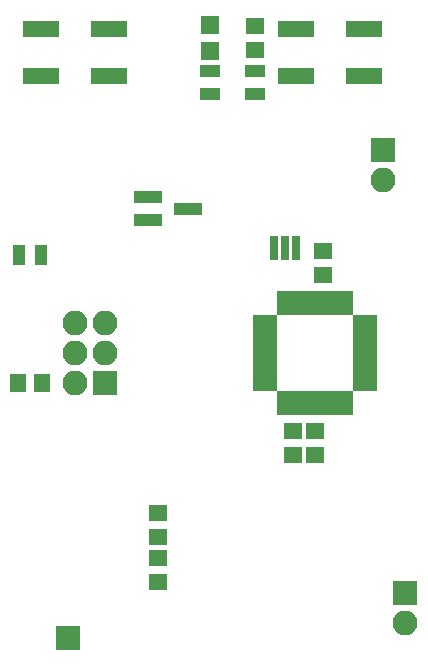
<source format=gbr>
G04 #@! TF.FileFunction,Soldermask,Top*
%FSLAX46Y46*%
G04 Gerber Fmt 4.6, Leading zero omitted, Abs format (unit mm)*
G04 Created by KiCad (PCBNEW 4.0.7-e2-6376~58~ubuntu14.04.1) date Sat Jan 13 14:54:45 2018*
%MOMM*%
%LPD*%
G01*
G04 APERTURE LIST*
%ADD10C,0.100000*%
%ADD11R,1.400000X1.650000*%
%ADD12R,1.650000X1.400000*%
%ADD13R,1.600000X1.600000*%
%ADD14R,2.100000X2.100000*%
%ADD15O,2.100000X2.100000*%
%ADD16R,1.700000X1.100000*%
%ADD17R,1.100000X1.700000*%
%ADD18R,0.950000X2.000000*%
%ADD19R,2.000000X0.950000*%
%ADD20R,2.400000X1.050000*%
%ADD21R,3.150000X1.400000*%
%ADD22R,0.700000X2.000000*%
G04 APERTURE END LIST*
D10*
D11*
X111490000Y-102870000D03*
X109490000Y-102870000D03*
D12*
X132715000Y-106950000D03*
X132715000Y-108950000D03*
X135255000Y-93710000D03*
X135255000Y-91710000D03*
X121285000Y-117745000D03*
X121285000Y-119745000D03*
X134620000Y-106950000D03*
X134620000Y-108950000D03*
X121285000Y-115935000D03*
X121285000Y-113935000D03*
X129540000Y-74660000D03*
X129540000Y-72660000D03*
D13*
X125730000Y-74760000D03*
X125730000Y-72560000D03*
D14*
X140335000Y-83185000D03*
D15*
X140335000Y-85725000D03*
D14*
X113665000Y-124460000D03*
X142240000Y-120650000D03*
D15*
X142240000Y-123190000D03*
D14*
X116840000Y-102870000D03*
D15*
X114300000Y-102870000D03*
X116840000Y-100330000D03*
X114300000Y-100330000D03*
X116840000Y-97790000D03*
X114300000Y-97790000D03*
D16*
X125730000Y-76520000D03*
X125730000Y-78420000D03*
X129540000Y-78420000D03*
X129540000Y-76520000D03*
D17*
X109540000Y-92075000D03*
X111440000Y-92075000D03*
D18*
X137420000Y-96080000D03*
X136620000Y-96080000D03*
X135820000Y-96080000D03*
X135020000Y-96080000D03*
X134220000Y-96080000D03*
X133420000Y-96080000D03*
X132620000Y-96080000D03*
X131820000Y-96080000D03*
D19*
X130370000Y-97530000D03*
X130370000Y-98330000D03*
X130370000Y-99130000D03*
X130370000Y-99930000D03*
X130370000Y-100730000D03*
X130370000Y-101530000D03*
X130370000Y-102330000D03*
X130370000Y-103130000D03*
D18*
X131820000Y-104580000D03*
X132620000Y-104580000D03*
X133420000Y-104580000D03*
X134220000Y-104580000D03*
X135020000Y-104580000D03*
X135820000Y-104580000D03*
X136620000Y-104580000D03*
X137420000Y-104580000D03*
D19*
X138870000Y-103130000D03*
X138870000Y-102330000D03*
X138870000Y-101530000D03*
X138870000Y-100730000D03*
X138870000Y-99930000D03*
X138870000Y-99130000D03*
X138870000Y-98330000D03*
X138870000Y-97530000D03*
D20*
X120464000Y-87188000D03*
X120464000Y-89088000D03*
X123884000Y-88138000D03*
D21*
X133015000Y-72930000D03*
X138765000Y-72930000D03*
X138765000Y-76930000D03*
X133015000Y-76930000D03*
X111425000Y-72930000D03*
X117175000Y-72930000D03*
X117175000Y-76930000D03*
X111425000Y-76930000D03*
D22*
X132080000Y-91440000D03*
X131130000Y-91440000D03*
X133030000Y-91440000D03*
M02*

</source>
